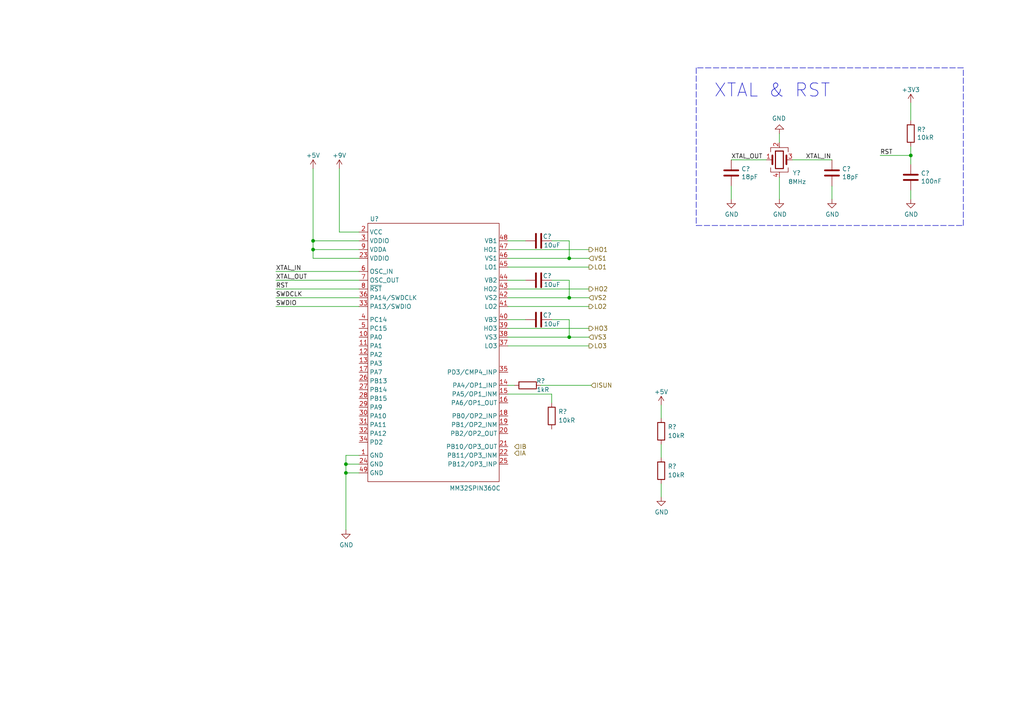
<source format=kicad_sch>
(kicad_sch (version 20211123) (generator eeschema)
  (paper "A4")
  (title_block (title "BLDC Driver 6-Step") (date "2022-03-18") (rev "1.0.1"))
  (lib_symbols
    (symbol "Device:C" (pin_numbers hide) (pin_names (offset 0.254))
      (property "Reference" "C" (at 0.635 2.54 0))
      (property "Value" "C" (at 0.635 -2.54 0))
      (symbol "C_0_1"
        (polyline (pts (xy -2.032 -0.762) (xy 2.032 -0.762)) (stroke (width 0.508)))
        (polyline (pts (xy -2.032 0.762) (xy 2.032 0.762)) (stroke (width 0.508)))
      )
      (symbol "C_1_1"
        (pin passive line (at 0 3.81 270) (length 2.794) (name "~") (number "1"))
        (pin passive line (at 0 -3.81 90) (length 2.794) (name "~") (number "2"))
      )
    )
    (symbol "Device:Crystal_GND24" (pin_names (offset 1.016) hide)
      (property "Reference" "Y" (at 3.175 5.08 0))
      (property "Value" "Crystal_GND24" (at 3.175 3.175 0))
      (symbol "Crystal_GND24_0_1"
        (rectangle (start -1.143 2.54) (end 1.143 -2.54) (stroke (width 0.3048)))
        (polyline (pts (xy -2.54 0) (xy -2.032 0)))
        (polyline (pts (xy -2.032 -1.27) (xy -2.032 1.27)) (stroke (width 0.508)))
        (polyline (pts (xy 0 -3.81) (xy 0 -3.556)))
        (polyline (pts (xy 0 3.556) (xy 0 3.81)))
        (polyline (pts (xy 2.032 -1.27) (xy 2.032 1.27)) (stroke (width 0.508)))
        (polyline (pts (xy 2.032 0) (xy 2.54 0)))
        (polyline (pts (xy -2.54 -2.286) (xy -2.54 -3.556) (xy 2.54 -3.556) (xy 2.54 -2.286)))
        (polyline (pts (xy -2.54 2.286) (xy -2.54 3.556) (xy 2.54 3.556) (xy 2.54 2.286)))
      )
      (symbol "Crystal_GND24_1_1"
        (pin passive line (at -3.81 0 0) (length 1.27) (name "1") (number "1"))
        (pin passive line (at 0 5.08 270) (length 1.27) (name "2") (number "2"))
        (pin passive line (at 3.81 0 180) (length 1.27) (name "3") (number "3"))
        (pin passive line (at 0 -5.08 90) (length 1.27) (name "4") (number "4"))
      )
    )
    (symbol "Device:R" (pin_numbers hide) (pin_names (offset 0))
      (property "Reference" "R" (at 2.032 0 90))
      (property "Value" "R" (at 0 0 90))
      (symbol "R_0_1"
        (rectangle (start -1.016 -2.54) (end 1.016 2.54) (stroke (width 0.254)))
      )
      (symbol "R_1_1"
        (pin passive line (at 0 3.81 270) (length 1.27) (name "~") (number "1"))
        (pin passive line (at 0 -3.81 90) (length 1.27) (name "~") (number "2"))
      )
    )
    (symbol "Library:MM32SPIN360C"
      (property "Reference" "U" (at 21.59 -6.35 0))
      (property "Value" "MM32SPIN360C" (at 30.48 -7.62 0))
      (symbol "MM32SPIN360C_0_1"
        (rectangle (start 2.54 74.93) (end 40.64 0))
      )
      (symbol "MM32SPIN360C_1_1"
        (pin power_in line (at 0 7.62 0) (length 2.54) (name "GND") (number "1"))
        (pin bidirectional line (at 0 41.91 0) (length 2.54) (name "PA0") (number "10"))
        (pin bidirectional line (at 0 39.37 0) (length 2.54) (name "PA1") (number "11"))
        (pin bidirectional line (at 0 36.83 0) (length 2.54) (name "PA2") (number "12"))
        (pin bidirectional line (at 0 34.29 0) (length 2.54) (name "PA3") (number "13"))
        (pin bidirectional line (at 43.18 27.94 180) (length 2.54) (name "PA4/OP1_INP") (number "14"))
        (pin bidirectional line (at 43.18 25.4 180) (length 2.54) (name "PA5/OP1_INM") (number "15"))
        (pin bidirectional line (at 43.18 22.86 180) (length 2.54) (name "PA6/OP1_OUT") (number "16"))
        (pin bidirectional line (at 0 31.75 0) (length 2.54) (name "PA7") (number "17"))
        (pin bidirectional line (at 43.18 19.05 180) (length 2.54) (name "PB0/OP2_INP") (number "18"))
        (pin bidirectional line (at 43.18 16.51 180) (length 2.54) (name "PB1/OP2_INM") (number "19"))
        (pin power_in line (at 0 72.39 0) (length 2.54) (name "VCC") (number "2"))
        (pin bidirectional line (at 43.18 13.97 180) (length 2.54) (name "PB2/OP2_OUT") (number "20"))
        (pin bidirectional line (at 43.18 10.16 180) (length 2.54) (name "PB10/OP3_OUT") (number "21"))
        (pin bidirectional line (at 43.18 7.62 180) (length 2.54) (name "PB11/OP3_INM") (number "22"))
        (pin power_in line (at 0 64.77 0) (length 2.54) (name "VDDIO") (number "23"))
        (pin power_in line (at 0 5.08 0) (length 2.54) (name "GND") (number "24"))
        (pin bidirectional line (at 43.18 5.08 180) (length 2.54) (name "PB12/OP3_INP") (number "25"))
        (pin bidirectional line (at 0 29.21 0) (length 2.54) (name "PB13") (number "26"))
        (pin bidirectional line (at 0 26.67 0) (length 2.54) (name "PB14") (number "27"))
        (pin bidirectional line (at 0 24.13 0) (length 2.54) (name "PB15") (number "28"))
        (pin bidirectional line (at 0 21.59 0) (length 2.54) (name "PA9") (number "29"))
        (pin power_in line (at 0 69.85 0) (length 2.54) (name "VDDIO") (number "3"))
        (pin bidirectional line (at 0 19.05 0) (length 2.54) (name "PA10") (number "30"))
        (pin bidirectional line (at 0 16.51 0) (length 2.54) (name "PA11") (number "31"))
        (pin bidirectional line (at 0 13.97 0) (length 2.54) (name "PA12") (number "32"))
        (pin bidirectional line (at 0 50.8 0) (length 2.54) (name "PA13/SWDIO") (number "33"))
        (pin bidirectional line (at 0 11.43 0) (length 2.54) (name "PD2") (number "34"))
        (pin bidirectional line (at 43.18 31.75 180) (length 2.54) (name "PD3/CMP4_INP") (number "35"))
        (pin bidirectional line (at 0 53.34 0) (length 2.54) (name "PA14/SWDCLK") (number "36"))
        (pin bidirectional line (at 43.18 39.37 180) (length 2.54) (name "LO3") (number "37"))
        (pin bidirectional line (at 43.18 41.91 180) (length 2.54) (name "VS3") (number "38"))
        (pin bidirectional line (at 43.18 44.45 180) (length 2.54) (name "HO3") (number "39"))
        (pin bidirectional line (at 0 46.99 0) (length 2.54) (name "PC14") (number "4"))
        (pin bidirectional line (at 43.18 46.99 180) (length 2.54) (name "VB3") (number "40"))
        (pin bidirectional line (at 43.18 50.8 180) (length 2.54) (name "LO2") (number "41"))
        (pin bidirectional line (at 43.18 53.34 180) (length 2.54) (name "VS2") (number "42"))
        (pin bidirectional line (at 43.18 55.88 180) (length 2.54) (name "HO2") (number "43"))
        (pin bidirectional line (at 43.18 58.42 180) (length 2.54) (name "VB2") (number "44"))
        (pin bidirectional line (at 43.18 62.23 180) (length 2.54) (name "LO1") (number "45"))
        (pin bidirectional line (at 43.18 64.77 180) (length 2.54) (name "VS1") (number "46"))
        (pin bidirectional line (at 43.18 67.31 180) (length 2.54) (name "HO1") (number "47"))
        (pin bidirectional line (at 43.18 69.85 180) (length 2.54) (name "VB1") (number "48"))
        (pin power_in line (at 0 2.54 0) (length 2.54) (name "GND") (number "49"))
        (pin bidirectional line (at 0 44.45 0) (length 2.54) (name "PC15") (number "5"))
        (pin bidirectional line (at 0 60.96 0) (length 2.54) (name "OSC_IN") (number "6"))
        (pin bidirectional line (at 0 58.42 0) (length 2.54) (name "OSC_OUT") (number "7"))
        (pin bidirectional line (at 0 55.88 0) (length 2.54) (name "~{RST}") (number "8"))
        (pin power_in line (at 0 67.31 0) (length 2.54) (name "VDDA") (number "9"))
      )
    )
    (symbol "power:+3.3V" (power) (pin_names (offset 0))
      (property "Value" "+3.3V" (at 0 3.556 0))
      (symbol "+3.3V_0_1"
        (polyline (pts (xy -0.762 1.27) (xy 0 2.54)))
        (polyline (pts (xy 0 0) (xy 0 2.54)))
        (polyline (pts (xy 0 2.54) (xy 0.762 1.27)))
      )
      (symbol "+3.3V_1_1"
        (pin power_in line (at 0 0 90) (length 0) hide (name "+3V3") (number "1"))
      )
    )
    (symbol "power:+5V" (power) (pin_names (offset 0))
      (property "Value" "+5V" (at 0 3.556 0))
      (symbol "+5V_0_1"
        (polyline (pts (xy -0.762 1.27) (xy 0 2.54)))
        (polyline (pts (xy 0 0) (xy 0 2.54)))
        (polyline (pts (xy 0 2.54) (xy 0.762 1.27)))
      )
      (symbol "+5V_1_1"
        (pin power_in line (at 0 0 90) (length 0) hide (name "+5V") (number "1"))
      )
    )
    (symbol "power:+9V" (power) (pin_names (offset 0))
      (property "Value" "+9V" (at 0 3.556 0))
      (symbol "+9V_0_1"
        (polyline (pts (xy -0.762 1.27) (xy 0 2.54)))
        (polyline (pts (xy 0 0) (xy 0 2.54)))
        (polyline (pts (xy 0 2.54) (xy 0.762 1.27)))
      )
      (symbol "+9V_1_1"
        (pin power_in line (at 0 0 90) (length 0) hide (name "+9V") (number "1"))
      )
    )
    (symbol "power:GND" (power) (pin_names (offset 0))
      (property "Value" "GND" (at 0 -3.81 0))
      (symbol "GND_0_1"
        (polyline (pts (xy 0 0) (xy 0 -1.27) (xy 1.27 -1.27) (xy 0 -2.54) (xy -1.27 -1.27) (xy 0 -1.27)))
      )
      (symbol "GND_1_1"
        (pin power_in line (at 0 0 270) (length 0) hide (name "GND") (number "1"))
      )
    )
  )
  (junction (at 264.16 45.085))
  (junction (at 165.1 86.36))
  (junction (at 90.805 72.39))
  (junction (at 100.33 134.62))
  (junction (at 90.805 69.85))
  (junction (at 165.1 74.93))
  (junction (at 165.1 97.79))
  (junction (at 100.33 137.16))
  (wire (pts (xy 104.14 132.08) (xy 100.33 132.08)))
  (wire (pts (xy 191.77 128.905) (xy 191.77 132.715)))
  (wire (pts (xy 165.1 74.93) (xy 170.815 74.93)))
  (wire (pts (xy 100.33 134.62) (xy 104.14 134.62)))
  (wire (pts (xy 100.33 137.16) (xy 100.33 153.67)))
  (wire (pts (xy 147.32 100.33) (xy 170.815 100.33)))
  (wire (pts (xy 147.32 72.39) (xy 170.815 72.39)))
  (wire (pts (xy 147.32 114.3) (xy 160.02 114.3)))
  (wire (pts (xy 165.1 81.28) (xy 160.02 81.28)))
  (wire (pts (xy 147.32 86.36) (xy 165.1 86.36)))
  (wire (pts (xy 100.33 132.08) (xy 100.33 134.62)))
  (wire (pts (xy 264.16 45.085) (xy 264.16 47.625)))
  (wire (pts (xy 212.09 53.975) (xy 212.09 57.785)))
  (wire (pts (xy 241.3 53.975) (xy 241.3 57.785)))
  (wire (pts (xy 80.01 81.28) (xy 104.14 81.28)))
  (wire (pts (xy 98.425 48.895) (xy 98.425 67.31)))
  (wire (pts (xy 165.1 97.79) (xy 165.1 92.71)))
  (polyline (pts (xy 279.4 19.685) (xy 201.93 19.685)))
  (wire (pts (xy 156.845 111.76) (xy 171.45 111.76)))
  (wire (pts (xy 147.32 74.93) (xy 165.1 74.93)))
  (wire (pts (xy 165.1 74.93) (xy 165.1 69.85)))
  (wire (pts (xy 100.33 134.62) (xy 100.33 137.16)))
  (polyline (pts (xy 201.93 65.405) (xy 279.4 65.405)))
  (wire (pts (xy 80.01 78.74) (xy 104.14 78.74)))
  (wire (pts (xy 165.1 86.36) (xy 170.815 86.36)))
  (wire (pts (xy 90.805 69.85) (xy 90.805 48.895)))
  (wire (pts (xy 80.01 86.36) (xy 104.14 86.36)))
  (wire (pts (xy 90.805 72.39) (xy 90.805 69.85)))
  (wire (pts (xy 98.425 67.31) (xy 104.14 67.31)))
  (wire (pts (xy 147.32 111.76) (xy 149.225 111.76)))
  (wire (pts (xy 100.33 137.16) (xy 104.14 137.16)))
  (polyline (pts (xy 201.93 19.685) (xy 201.93 65.405)))
  (wire (pts (xy 264.16 55.245) (xy 264.16 57.785)))
  (wire (pts (xy 264.16 42.545) (xy 264.16 45.085)))
  (wire (pts (xy 165.1 97.79) (xy 170.815 97.79)))
  (wire (pts (xy 147.32 88.9) (xy 170.815 88.9)))
  (wire (pts (xy 104.14 72.39) (xy 90.805 72.39)))
  (wire (pts (xy 104.14 74.93) (xy 90.805 74.93)))
  (wire (pts (xy 160.02 114.3) (xy 160.02 116.84)))
  (wire (pts (xy 191.77 117.475) (xy 191.77 121.285)))
  (wire (pts (xy 147.32 83.82) (xy 170.815 83.82)))
  (wire (pts (xy 147.32 95.25) (xy 170.815 95.25)))
  (wire (pts (xy 165.1 92.71) (xy 160.02 92.71)))
  (wire (pts (xy 147.32 97.79) (xy 165.1 97.79)))
  (wire (pts (xy 226.06 41.275) (xy 226.06 38.735)))
  (wire (pts (xy 165.1 69.85) (xy 160.02 69.85)))
  (wire (pts (xy 229.87 46.355) (xy 241.3 46.355)))
  (wire (pts (xy 147.32 69.85) (xy 152.4 69.85)))
  (wire (pts (xy 80.01 88.9) (xy 104.14 88.9)))
  (wire (pts (xy 147.32 77.47) (xy 170.815 77.47)))
  (wire (pts (xy 222.25 46.355) (xy 212.09 46.355)))
  (wire (pts (xy 147.32 92.71) (xy 152.4 92.71)))
  (wire (pts (xy 226.06 51.435) (xy 226.06 57.785)))
  (wire (pts (xy 90.805 74.93) (xy 90.805 72.39)))
  (wire (pts (xy 264.16 29.845) (xy 264.16 34.925)))
  (wire (pts (xy 104.14 69.85) (xy 90.805 69.85)))
  (wire (pts (xy 147.32 81.28) (xy 152.4 81.28)))
  (wire (pts (xy 191.77 140.335) (xy 191.77 144.145)))
  (wire (pts (xy 80.01 83.82) (xy 104.14 83.82)))
  (wire (pts (xy 255.27 45.085) (xy 264.16 45.085)))
  (polyline (pts (xy 279.4 65.405) (xy 279.4 19.685)))
  (wire (pts (xy 165.1 86.36) (xy 165.1 81.28)))
  (text "XTAL & RST" (at 207.01 28.575 0) (effects (font (size 3.81 3.81)) (justify left bottom)))
  (label "XTAL_IN" (at 80.01 78.74 0))
  (label "XTAL_OUT" (at 80.01 81.28 0))
  (label "XTAL_OUT" (at 212.09 46.355 0))
  (label "SWDIO" (at 80.01 88.9 0))
  (label "RST" (at 80.01 83.82 0))
  (label "SWDCLK" (at 80.01 86.36 0))
  (label "RST" (at 255.27 45.085 0))
  (label "XTAL_IN" (at 233.68 46.355 0))
  (hierarchical_label "HO2" (shape output) (at 170.815 83.82 0))
  (hierarchical_label "VS2" (shape input) (at 170.815 86.36 0))
  (hierarchical_label "LO1" (shape output) (at 170.815 77.47 0))
  (hierarchical_label "VS1" (shape input) (at 170.815 74.93 0))
  (hierarchical_label "LO3" (shape output) (at 170.815 100.33 0))
  (hierarchical_label "LO2" (shape output) (at 170.815 88.9 0))
  (hierarchical_label "IA" (shape input) (at 149.225 131.445 0))
  (hierarchical_label "IB" (shape input) (at 149.225 129.54 0))
  (hierarchical_label "HO3" (shape output) (at 170.815 95.25 0))
  (hierarchical_label "HO1" (shape output) (at 170.815 72.39 0))
  (hierarchical_label "ISUN" (shape input) (at 171.45 111.76 0))
  (hierarchical_label "VS3" (shape input) (at 170.815 97.79 0))
  (symbol (lib_id "Device:R") (at 264.16 38.735 0) (unit 1)
    (property "Reference" "R?" (at 265.938 37.5666 0) (effects (justify left)))
    (property "Value" "10kR" (at 265.938 39.878 0) (effects (justify left)))
    (property "Footprint" "ControlBoard:R_0603_1608Metric" (effects hide))
  )
  (symbol (lib_id "Device:C") (at 156.21 92.71 90) (unit 1)
    (property "Reference" "C?" (at 160.02 91.44 90) (effects (justify left)))
    (property "Value" "10uF" (at 162.56 93.98 90) (effects (justify left)))
    (property "Footprint" "ControlBoard:C_0603_1608Metric" (effects hide))
  )
  (symbol (lib_id "power:+5V") (at 191.77 117.475 0) (unit 1)
    (property "Reference" "#PWR?" (effects hide))
    (property "Value" "+5V" (at 191.77 113.665 0))
  )
  (symbol (lib_id "Device:C") (at 156.21 69.85 90) (unit 1)
    (property "Reference" "C?" (at 160.02 68.58 90) (effects (justify left)))
    (property "Value" "10uF" (at 162.56 71.12 90) (effects (justify left)))
    (property "Footprint" "ControlBoard:C_0603_1608Metric" (effects hide))
  )
  (symbol (lib_id "power:GND") (at 100.33 153.67 0) (unit 1)
    (property "Reference" "#PWR?" (effects hide))
    (property "Value" "GND" (at 100.457 158.0642 0))
  )
  (symbol (lib_id "power:+3.3V") (at 264.16 29.845 0) (unit 1)
    (property "Reference" "#PWR?" (effects hide))
    (property "Value" "+3.3V" (at 264.16 26.035 0))
  )
  (symbol (lib_id "Device:R") (at 191.77 136.525 0) (unit 1)
    (property "Reference" "R?" (at 193.675 135.2549 0) (effects (justify left)))
    (property "Value" "10kR" (at 193.675 137.7949 0) (effects (justify left)))
  )
  (symbol (lib_id "power:GND") (at 264.16 57.785 0) (unit 1)
    (property "Reference" "#PWR?" (effects hide))
    (property "Value" "GND" (at 264.287 62.1792 0))
  )
  (symbol (lib_id "Device:C") (at 212.09 50.165 0) (unit 1)
    (property "Reference" "C?" (at 215.011 48.9966 0) (effects (justify left)))
    (property "Value" "18pF" (at 215.011 51.308 0) (effects (justify left)))
    (property "Footprint" "ControlBoard:C_0603_1608Metric" (effects hide))
  )
  (symbol (lib_id "Device:C") (at 156.21 81.28 90) (unit 1)
    (property "Reference" "C?" (at 160.02 80.01 90) (effects (justify left)))
    (property "Value" "10uF" (at 162.56 82.55 90) (effects (justify left)))
    (property "Footprint" "ControlBoard:C_0603_1608Metric" (effects hide))
  )
  (symbol (lib_id "power:GND") (at 241.3 57.785 0) (unit 1)
    (property "Reference" "#PWR?" (effects hide))
    (property "Value" "GND" (at 241.427 62.1792 0))
  )
  (symbol (lib_id "power:GND") (at 226.06 57.785 0) (unit 1)
    (property "Reference" "#PWR?" (effects hide))
    (property "Value" "GND" (at 226.187 62.1792 0))
  )
  (symbol (lib_id "Library:MM32SPIN360C") (at 104.14 139.7 0) (unit 1)
    (property "Reference" "U?" (at 108.585 63.5 0))
    (property "Value" "MM32SPIN360C" (at 137.795 141.605 0))
    (property "Footprint" "Package_QFP:TQFP-48-1EP_7x7mm_P0.5mm_EP5x5mm" (effects hide))
  )
  (symbol (lib_id "power:GND") (at 191.77 144.145 0) (unit 1)
    (property "Reference" "#PWR?" (effects hide))
    (property "Value" "GND" (at 191.897 148.5392 0))
  )
  (symbol (lib_id "Device:C") (at 241.3 50.165 0) (unit 1)
    (property "Reference" "C?" (at 244.221 48.9966 0) (effects (justify left)))
    (property "Value" "18pF" (at 244.221 51.308 0) (effects (justify left)))
    (property "Footprint" "ControlBoard:C_0603_1608Metric" (effects hide))
  )
  (symbol (lib_id "Device:Crystal_GND24") (at 226.06 46.355 0) (unit 1)
    (property "Reference" "Y?" (at 229.87 50.165 0) (effects (justify left)))
    (property "Value" "8MHz" (at 228.6 52.705 0) (effects (justify left)))
    (property "Footprint" "ControlBoard:Crystal_SMD_3225-4Pin_3.2x2.5mm" (effects hide))
  )
  (symbol (lib_id "Device:C") (at 264.16 51.435 0) (unit 1)
    (property "Reference" "C?" (at 267.081 50.2666 0) (effects (justify left)))
    (property "Value" "100nF" (at 267.081 52.578 0) (effects (justify left)))
    (property "Footprint" "ControlBoard:C_0603_1608Metric" (effects hide))
  )
  (symbol (lib_id "Device:R") (at 191.77 125.095 0) (unit 1)
    (property "Reference" "R?" (at 193.675 123.8249 0) (effects (justify left)))
    (property "Value" "10kR" (at 193.675 126.3649 0) (effects (justify left)))
  )
  (symbol (lib_id "power:+5V") (at 90.805 48.895 0) (unit 1)
    (property "Reference" "#PWR?" (effects hide))
    (property "Value" "+5V" (at 90.805 45.085 0))
  )
  (symbol (lib_id "power:GND") (at 226.06 38.735 180) (unit 1)
    (property "Reference" "#PWR?" (effects hide))
    (property "Value" "GND" (at 225.933 34.3408 0))
  )
  (symbol (lib_id "Device:R") (at 160.02 120.65 0) (unit 1)
    (property "Reference" "R?" (at 161.925 119.3799 0) (effects (justify left)))
    (property "Value" "10kR" (at 161.925 121.9199 0) (effects (justify left)))
  )
  (symbol (lib_id "power:GND") (at 212.09 57.785 0) (unit 1)
    (property "Reference" "#PWR?" (effects hide))
    (property "Value" "GND" (at 212.217 62.1792 0))
  )
  (symbol (lib_id "Device:R") (at 153.035 111.76 90) (unit 1)
    (property "Reference" "R?" (at 156.845 110.49 90))
    (property "Value" "1kR" (at 157.48 113.03 90))
  )
  (symbol (lib_id "power:+9V") (at 98.425 48.895 0) (unit 1)
    (property "Reference" "#PWR?" (effects hide))
    (property "Value" "+9V" (at 98.425 45.085 0))
  )
)
</source>
